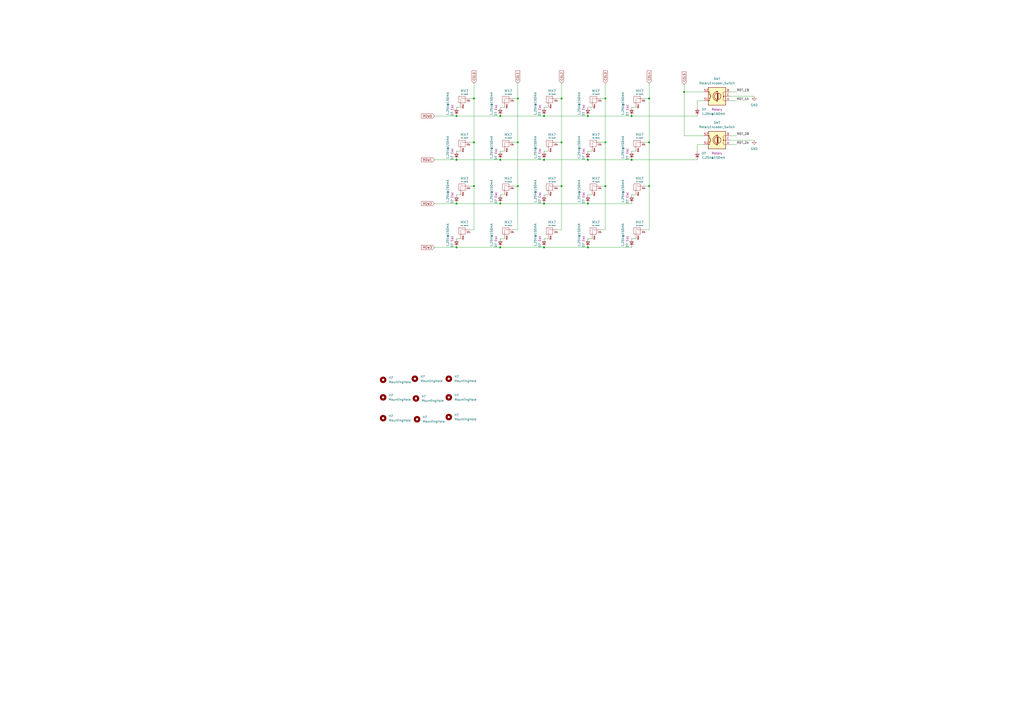
<source format=kicad_sch>
(kicad_sch (version 20211123) (generator eeschema)
  (paper "A2")
  (lib_symbols
    (symbol "Device:RotaryEncoder_Switch" (pin_names (offset 0.254) hide)
      (property "Reference" "SW" (at 0 6.604 0))
      (property "Value" "RotaryEncoder_Switch" (at 0 -6.604 0))
      (symbol "RotaryEncoder_Switch_0_1"
        (rectangle (start -5.08 5.08) (end 5.08 -5.08) (stroke (width 0.254)) (fill (type background)))
        (circle (center -3.81 0) (radius 0.254) (fill (type outline)))
        (arc (start -0.381 -2.794) (mid 2.3622 -0.0508) (end -0.381 2.667) (stroke (width 0.254)))
        (circle (center -0.381 0) (radius 1.905) (stroke (width 0.254)))
        (polyline (pts (xy -0.635 -1.778) (xy -0.635 1.778)) (stroke (width 0.254)))
        (polyline (pts (xy -0.381 -1.778) (xy -0.381 1.778)) (stroke (width 0.254)))
        (polyline (pts (xy -0.127 1.778) (xy -0.127 -1.778)) (stroke (width 0.254)))
        (polyline (pts (xy 3.81 0) (xy 3.429 0)) (stroke (width 0.254)))
        (polyline (pts (xy 3.81 1.016) (xy 3.81 -1.016)) (stroke (width 0.254)))
        (polyline (pts (xy -5.08 -2.54) (xy -3.81 -2.54) (xy -3.81 -2.032)))
        (polyline (pts (xy -5.08 2.54) (xy -3.81 2.54) (xy -3.81 2.032)))
        (polyline (pts (xy 0.254 -3.048) (xy -0.508 -2.794) (xy 0.127 -2.413)) (stroke (width 0.254)))
        (polyline (pts (xy 0.254 2.921) (xy -0.508 2.667) (xy 0.127 2.286)) (stroke (width 0.254)))
        (polyline (pts (xy 5.08 -2.54) (xy 4.318 -2.54) (xy 4.318 -1.016)) (stroke (width 0.254)))
        (polyline (pts (xy 5.08 2.54) (xy 4.318 2.54) (xy 4.318 1.016)) (stroke (width 0.254)))
        (polyline (pts (xy -5.08 0) (xy -3.81 0) (xy -3.81 -1.016) (xy -3.302 -2.032)))
        (polyline (pts (xy -4.318 0) (xy -3.81 0) (xy -3.81 1.016) (xy -3.302 2.032)))
        (circle (center 4.318 -1.016) (radius 0.127) (stroke (width 0.254)))
        (circle (center 4.318 1.016) (radius 0.127) (stroke (width 0.254)))
      )
      (symbol "RotaryEncoder_Switch_1_1"
        (pin passive line (at -7.62 2.54 0) (length 2.54) (name "A") (number "A"))
        (pin passive line (at -7.62 -2.54 0) (length 2.54) (name "B") (number "B"))
        (pin passive line (at -7.62 0 0) (length 2.54) (name "C") (number "C"))
        (pin passive line (at 7.62 2.54 180) (length 2.54) (name "S1") (number "S1"))
        (pin passive line (at 7.62 -2.54 180) (length 2.54) (name "S2") (number "S2"))
      )
    )
    (symbol "Mechanical:MountingHole" (pin_names (offset 1.016))
      (property "Reference" "H" (at 0 5.08 0))
      (property "Value" "MountingHole" (at 0 3.175 0))
      (symbol "MountingHole_0_1"
        (circle (center 0 0) (radius 1.27) (stroke (width 1.27)))
      )
    )
    (symbol "led:D_Small" (pin_numbers hide) (pin_names (offset 0.254) hide)
      (property "Reference" "D" (at -1.27 2.032 0))
      (property "Value" "D_Small" (at -3.81 -2.032 0))
      (symbol "D_Small_0_1"
        (polyline (pts (xy -0.762 -1.016) (xy -0.762 1.016)) (stroke (width 0.254)))
        (polyline (pts (xy -0.762 0) (xy 0.762 0)))
        (polyline (pts (xy 0.762 -1.016) (xy -0.762 0) (xy 0.762 1.016) (xy 0.762 -1.016)) (stroke (width 0.254)))
      )
      (symbol "D_Small_1_1"
        (pin passive line (at -2.54 0 0) (length 1.778) (name "K") (number "1"))
        (pin passive line (at 2.54 0 180) (length 1.778) (name "A") (number "2"))
      )
    )
    (symbol "pcb-rescue:MX-NoLED-MX_Alps_Hybrid" (pin_names (offset 1.016))
      (property "Reference" "MX" (at -0.635 3.81 0))
      (property "Value" "MX-NoLED-MX_Alps_Hybrid" (at -0.635 1.27 0))
      (symbol "MX-NoLED-MX_Alps_Hybrid_0_0"
        (rectangle (start -2.54 2.54) (end 1.27 -1.27))
        (polyline (pts (xy -1.27 -1.27) (xy -1.27 1.27)) (stroke (width 0.127)))
        (polyline (pts (xy 1.27 1.27) (xy 0 1.27) (xy -1.27 1.905)) (stroke (width 0.127)))
        (text "COL" (at 3.175 0 0) (effects (font (size 0.762 0.762))))
        (text "ROW" (at 0 -1.905 900) (effects (font (size 0.762 0.762)) (justify right)))
      )
      (symbol "MX-NoLED-MX_Alps_Hybrid_1_1"
        (pin passive line (at 3.81 1.27 180) (length 2.54) (name "COL") (number "1"))
        (pin passive line (at -1.27 -3.81 90) (length 2.54) (name "ROW") (number "2"))
      )
    )
    (symbol "power:GND" (power) (pin_names (offset 0))
      (property "Value" "GND" (at 0 -3.81 0))
      (symbol "GND_0_1"
        (polyline (pts (xy 0 0) (xy 0 -1.27) (xy 1.27 -1.27) (xy 0 -2.54) (xy -1.27 -1.27) (xy 0 -1.27)))
      )
      (symbol "GND_1_1"
        (pin power_in line (at 0 0 270) (length 0) hide (name "GND") (number "1"))
      )
    )
  )
  (junction (at 325.755 107.95))
  (junction (at 290.195 118.11))
  (junction (at 274.955 82.55))
  (junction (at 376.555 107.95))
  (junction (at 274.955 57.15))
  (junction (at 366.395 92.71))
  (junction (at 315.595 143.51))
  (junction (at 290.195 143.51))
  (junction (at 300.355 82.55))
  (junction (at 340.995 67.31))
  (junction (at 315.595 118.11))
  (junction (at 290.195 92.71))
  (junction (at 264.795 92.71))
  (junction (at 366.395 67.31))
  (junction (at 396.875 53.34))
  (junction (at 351.155 107.95))
  (junction (at 300.355 57.15))
  (junction (at 315.595 67.31))
  (junction (at 351.155 57.15))
  (junction (at 264.795 143.51))
  (junction (at 274.955 107.95))
  (junction (at 290.195 67.31))
  (junction (at 340.995 143.51))
  (junction (at 325.755 57.15))
  (junction (at 376.555 82.55))
  (junction (at 325.755 82.55))
  (junction (at 351.155 82.55))
  (junction (at 264.795 67.31))
  (junction (at 340.995 92.71))
  (junction (at 340.995 118.11))
  (junction (at 264.795 118.11))
  (junction (at 376.555 57.15))
  (junction (at 300.355 107.95))
  (junction (at 315.595 92.71))
  (wire (pts (xy 290.195 62.23) (xy 292.735 62.23)))
  (wire (pts (xy 348.615 107.95) (xy 351.155 107.95)))
  (wire (pts (xy 300.355 107.95) (xy 300.355 133.35)))
  (wire (pts (xy 315.595 118.11) (xy 340.995 118.11)))
  (wire (pts (xy 366.395 92.71) (xy 404.495 92.71)))
  (wire (pts (xy 408.305 58.42) (xy 404.495 58.42)))
  (wire (pts (xy 252.095 143.51) (xy 264.795 143.51)))
  (wire (pts (xy 290.195 67.31) (xy 315.595 67.31)))
  (wire (pts (xy 264.795 87.63) (xy 267.335 87.63)))
  (wire (pts (xy 252.095 67.31) (xy 264.795 67.31)))
  (wire (pts (xy 348.615 133.35) (xy 351.155 133.35)))
  (wire (pts (xy 264.795 118.11) (xy 290.195 118.11)))
  (wire (pts (xy 340.995 87.63) (xy 343.535 87.63)))
  (wire (pts (xy 404.495 58.42) (xy 404.495 62.23)))
  (wire (pts (xy 396.875 53.34) (xy 408.305 53.34)))
  (wire (pts (xy 396.875 78.74) (xy 408.305 78.74)))
  (wire (pts (xy 297.815 57.15) (xy 300.355 57.15)))
  (wire (pts (xy 396.875 53.34) (xy 396.875 78.74)))
  (wire (pts (xy 423.545 78.74) (xy 427.355 78.74)))
  (wire (pts (xy 300.355 82.55) (xy 300.355 107.95)))
  (wire (pts (xy 264.795 62.23) (xy 267.335 62.23)))
  (wire (pts (xy 374.015 57.15) (xy 376.555 57.15)))
  (wire (pts (xy 396.875 48.895) (xy 396.875 53.34)))
  (wire (pts (xy 366.395 62.23) (xy 368.935 62.23)))
  (wire (pts (xy 272.415 57.15) (xy 274.955 57.15)))
  (wire (pts (xy 404.495 83.82) (xy 404.495 87.63)))
  (wire (pts (xy 351.155 48.26) (xy 351.155 57.15)))
  (wire (pts (xy 340.995 143.51) (xy 366.395 143.51)))
  (wire (pts (xy 272.415 133.35) (xy 274.955 133.35)))
  (wire (pts (xy 340.995 67.31) (xy 366.395 67.31)))
  (wire (pts (xy 366.395 138.43) (xy 368.935 138.43)))
  (wire (pts (xy 325.755 107.95) (xy 325.755 133.35)))
  (wire (pts (xy 348.615 82.55) (xy 351.155 82.55)))
  (wire (pts (xy 423.545 55.88) (xy 437.515 55.88)))
  (wire (pts (xy 274.955 107.95) (xy 274.955 133.35)))
  (wire (pts (xy 252.095 118.11) (xy 264.795 118.11)))
  (wire (pts (xy 315.595 67.31) (xy 340.995 67.31)))
  (wire (pts (xy 315.595 87.63) (xy 318.135 87.63)))
  (wire (pts (xy 376.555 57.15) (xy 376.555 82.55)))
  (wire (pts (xy 325.755 82.55) (xy 325.755 107.95)))
  (wire (pts (xy 340.995 118.11) (xy 366.395 118.11)))
  (wire (pts (xy 348.615 57.15) (xy 351.155 57.15)))
  (wire (pts (xy 351.155 57.15) (xy 351.155 82.55)))
  (wire (pts (xy 274.955 82.55) (xy 274.955 107.95)))
  (wire (pts (xy 315.595 143.51) (xy 340.995 143.51)))
  (wire (pts (xy 323.215 82.55) (xy 325.755 82.55)))
  (wire (pts (xy 264.795 113.03) (xy 267.335 113.03)))
  (wire (pts (xy 374.015 82.55) (xy 376.555 82.55)))
  (wire (pts (xy 315.595 138.43) (xy 318.135 138.43)))
  (wire (pts (xy 351.155 82.55) (xy 351.155 107.95)))
  (wire (pts (xy 374.015 107.95) (xy 376.555 107.95)))
  (wire (pts (xy 264.795 67.31) (xy 290.195 67.31)))
  (wire (pts (xy 272.415 107.95) (xy 274.955 107.95)))
  (wire (pts (xy 297.815 133.35) (xy 300.355 133.35)))
  (wire (pts (xy 366.395 87.63) (xy 368.935 87.63)))
  (wire (pts (xy 340.995 92.71) (xy 366.395 92.71)))
  (wire (pts (xy 290.195 138.43) (xy 292.735 138.43)))
  (wire (pts (xy 297.815 107.95) (xy 300.355 107.95)))
  (wire (pts (xy 423.545 81.28) (xy 437.515 81.28)))
  (wire (pts (xy 325.755 57.15) (xy 325.755 82.55)))
  (wire (pts (xy 290.195 92.71) (xy 315.595 92.71)))
  (wire (pts (xy 264.795 138.43) (xy 267.335 138.43)))
  (wire (pts (xy 376.555 82.55) (xy 376.555 107.95)))
  (wire (pts (xy 366.395 67.31) (xy 404.495 67.31)))
  (wire (pts (xy 366.395 113.03) (xy 368.935 113.03)))
  (wire (pts (xy 351.155 107.95) (xy 351.155 133.35)))
  (wire (pts (xy 323.215 57.15) (xy 325.755 57.15)))
  (wire (pts (xy 264.795 143.51) (xy 290.195 143.51)))
  (wire (pts (xy 423.545 58.42) (xy 427.355 58.42)))
  (wire (pts (xy 323.215 133.35) (xy 325.755 133.35)))
  (wire (pts (xy 408.305 83.82) (xy 404.495 83.82)))
  (wire (pts (xy 274.955 48.26) (xy 274.955 57.15)))
  (wire (pts (xy 340.995 138.43) (xy 343.535 138.43)))
  (wire (pts (xy 374.015 133.35) (xy 376.555 133.35)))
  (wire (pts (xy 290.195 87.63) (xy 292.735 87.63)))
  (wire (pts (xy 376.555 107.95) (xy 376.555 133.35)))
  (wire (pts (xy 297.815 82.55) (xy 300.355 82.55)))
  (wire (pts (xy 423.545 83.82) (xy 427.355 83.82)))
  (wire (pts (xy 274.955 57.15) (xy 274.955 82.55)))
  (wire (pts (xy 290.195 118.11) (xy 315.595 118.11)))
  (wire (pts (xy 325.755 48.26) (xy 325.755 57.15)))
  (wire (pts (xy 315.595 62.23) (xy 318.135 62.23)))
  (wire (pts (xy 252.095 92.71) (xy 264.795 92.71)))
  (wire (pts (xy 340.995 62.23) (xy 343.535 62.23)))
  (wire (pts (xy 300.355 48.26) (xy 300.355 57.15)))
  (wire (pts (xy 323.215 107.95) (xy 325.755 107.95)))
  (wire (pts (xy 340.995 113.03) (xy 343.535 113.03)))
  (wire (pts (xy 290.195 113.03) (xy 292.735 113.03)))
  (wire (pts (xy 423.545 53.34) (xy 427.355 53.34)))
  (wire (pts (xy 300.355 57.15) (xy 300.355 82.55)))
  (wire (pts (xy 315.595 92.71) (xy 340.995 92.71)))
  (wire (pts (xy 272.415 82.55) (xy 274.955 82.55)))
  (wire (pts (xy 290.195 143.51) (xy 315.595 143.51)))
  (wire (pts (xy 264.795 92.71) (xy 290.195 92.71)))
  (wire (pts (xy 315.595 113.03) (xy 318.135 113.03)))
  (wire (pts (xy 376.555 48.26) (xy 376.555 57.15)))
  (label "ROT_2B" (at 427.355 78.74 0))
  (label "ROT_1B" (at 427.355 53.34 0))
  (label "ROT_1A" (at 427.355 58.42 0))
  (label "ROT_2A" (at 427.355 83.82 0))
  (global_label "ROW2" (shape input) (at 252.095 118.11 180) (property "Intersheet References" "${INTERSHEET_REFS}" (effects hide)))
  (global_label "ROW1" (shape input) (at 252.095 92.71 180) (property "Intersheet References" "${INTERSHEET_REFS}" (effects hide)))
  (global_label "ROW3" (shape input) (at 252.095 143.51 180) (property "Intersheet References" "${INTERSHEET_REFS}" (effects hide)))
  (global_label "COL5" (shape input) (at 396.875 48.895 90) (property "Intersheet References" "${INTERSHEET_REFS}" (effects hide)))
  (global_label "COL1" (shape input) (at 300.355 48.26 90) (property "Intersheet References" "${INTERSHEET_REFS}" (effects hide)))
  (global_label "COL2" (shape input) (at 325.755 48.26 90) (property "Intersheet References" "${INTERSHEET_REFS}" (effects hide)))
  (global_label "ROW0" (shape input) (at 252.095 67.31 180) (property "Intersheet References" "${INTERSHEET_REFS}" (effects hide)))
  (global_label "COL3" (shape input) (at 351.155 48.26 90) (property "Intersheet References" "${INTERSHEET_REFS}" (effects hide)))
  (global_label "COL0" (shape input) (at 274.955 48.26 90) (property "Intersheet References" "${INTERSHEET_REFS}" (effects hide)))
  (global_label "COL4" (shape input) (at 376.555 48.26 90) (property "Intersheet References" "${INTERSHEET_REFS}" (effects hide)))
  (symbol (lib_id "led:D_Small") (at 264.795 64.77 90) (unit 1)
    (property "Reference" "D?" (at 262.255 64.77 0) (effects (justify right)))
    (property "Value" "1.25V@150mA" (at 259.715 53.34 0) (effects (justify right)))
    (property "Footprint" "led:D_SOD-123" (effects hide))
    (property "Name" "Esc" (at 262.255 62.23 0))
    (property "Item" "1N4148W" (effects hide))
    (property "LCSC" "https://lcsc.com/product-detail/Switching-Diode_GOODWORK-1N4148W_C909967.html" (effects hide))
  )
  (symbol (lib_id "power:GND") (at 437.515 55.88 0) (unit 1)
    (property "Reference" "#PWR?" (effects hide))
    (property "Value" "GND" (at 437.515 60.96 0))
  )
  (symbol (lib_id "led:D_Small") (at 315.595 64.77 90) (unit 1)
    (property "Reference" "D?" (at 313.055 64.77 0) (effects (justify right)))
    (property "Value" "1.25V@150mA" (at 310.515 53.34 0) (effects (justify right)))
    (property "Footprint" "led:D_SOD-123" (effects hide))
    (property "Name" "Esc" (at 313.055 62.23 0))
    (property "Item" "1N4148W" (effects hide))
    (property "LCSC" "https://lcsc.com/product-detail/Switching-Diode_GOODWORK-1N4148W_C909967.html" (effects hide))
  )
  (symbol (lib_id "Mechanical:MountingHole") (at 222.25 220.345 0) (unit 1)
    (property "Reference" "H?" (at 225.425 219.0749 0) (effects (justify left)))
    (property "Value" "MountingHole" (at 225.425 221.6149 0) (effects (justify left)))
    (property "Footprint" "MountingHole:MountingHole_2.2mm_M2" (effects hide))
  )
  (symbol (lib_id "pcb-rescue:MX-NoLED-MX_Alps_Hybrid") (at 319.405 83.82 0) (unit 1)
    (property "Reference" "MX?" (at 320.2432 78.1558 0) (effects (font (size 1.524 1.524))))
    (property "Value" "MX-NoLED" (at 320.2432 80.0354 0) (effects (font (size 0.508 0.508))))
    (property "Footprint" "kailh-switches-hotswap:Kailh-Hotswap-1U" (effects hide))
  )
  (symbol (lib_id "Mechanical:MountingHole") (at 241.3 231.14 0) (unit 1)
    (property "Reference" "H?" (at 244.475 229.8699 0) (effects (justify left)))
    (property "Value" "MountingHole" (at 244.475 232.4099 0) (effects (justify left)))
    (property "Footprint" "MountingHole:MountingHole_2.2mm_M2" (effects hide))
  )
  (symbol (lib_id "led:D_Small") (at 340.995 115.57 90) (unit 1)
    (property "Reference" "D?" (at 338.455 115.57 0) (effects (justify right)))
    (property "Value" "1.25V@150mA" (at 335.915 104.14 0) (effects (justify right)))
    (property "Footprint" "led:D_SOD-123" (effects hide))
    (property "Name" "Esc" (at 338.455 113.03 0))
    (property "Item" "1N4148W" (effects hide))
    (property "LCSC" "https://lcsc.com/product-detail/Switching-Diode_GOODWORK-1N4148W_C909967.html" (effects hide))
  )
  (symbol (lib_id "led:D_Small") (at 315.595 140.97 90) (unit 1)
    (property "Reference" "D?" (at 313.055 140.97 0) (effects (justify right)))
    (property "Value" "1.25V@150mA" (at 310.515 129.54 0) (effects (justify right)))
    (property "Footprint" "led:D_SOD-123" (effects hide))
    (property "Name" "Esc" (at 313.055 138.43 0))
    (property "Item" "1N4148W" (effects hide))
    (property "LCSC" "https://lcsc.com/product-detail/Switching-Diode_GOODWORK-1N4148W_C909967.html" (effects hide))
  )
  (symbol (lib_id "led:D_Small") (at 366.395 115.57 90) (unit 1)
    (property "Reference" "D?" (at 363.855 115.57 0) (effects (justify right)))
    (property "Value" "1.25V@150mA" (at 361.315 104.14 0) (effects (justify right)))
    (property "Footprint" "led:D_SOD-123" (effects hide))
    (property "Name" "Esc" (at 363.855 113.03 0))
    (property "Item" "1N4148W" (effects hide))
    (property "LCSC" "https://lcsc.com/product-detail/Switching-Diode_GOODWORK-1N4148W_C909967.html" (effects hide))
  )
  (symbol (lib_id "pcb-rescue:MX-NoLED-MX_Alps_Hybrid") (at 294.005 134.62 0) (unit 1)
    (property "Reference" "MX?" (at 294.8432 128.9558 0) (effects (font (size 1.524 1.524))))
    (property "Value" "MX-NoLED" (at 294.8432 130.8354 0) (effects (font (size 0.508 0.508))))
    (property "Footprint" "kailh-switches-hotswap:Kailh-Hotswap-1U" (effects hide))
  )
  (symbol (lib_id "led:D_Small") (at 340.995 64.77 90) (unit 1)
    (property "Reference" "D?" (at 338.455 64.77 0) (effects (justify right)))
    (property "Value" "1.25V@150mA" (at 335.915 53.34 0) (effects (justify right)))
    (property "Footprint" "led:D_SOD-123" (effects hide))
    (property "Name" "Esc" (at 338.455 62.23 0))
    (property "Item" "1N4148W" (effects hide))
    (property "LCSC" "https://lcsc.com/product-detail/Switching-Diode_GOODWORK-1N4148W_C909967.html" (effects hide))
  )
  (symbol (lib_id "pcb-rescue:MX-NoLED-MX_Alps_Hybrid") (at 294.005 83.82 0) (unit 1)
    (property "Reference" "MX?" (at 294.8432 78.1558 0) (effects (font (size 1.524 1.524))))
    (property "Value" "MX-NoLED" (at 294.8432 80.0354 0) (effects (font (size 0.508 0.508))))
    (property "Footprint" "kailh-switches-hotswap:Kailh-Hotswap-1U" (effects hide))
  )
  (symbol (lib_id "pcb-rescue:MX-NoLED-MX_Alps_Hybrid") (at 344.805 109.22 0) (unit 1)
    (property "Reference" "MX?" (at 345.6432 103.5558 0) (effects (font (size 1.524 1.524))))
    (property "Value" "MX-NoLED" (at 345.6432 105.4354 0) (effects (font (size 0.508 0.508))))
    (property "Footprint" "kailh-switches-hotswap:Kailh-Hotswap-1U" (effects hide))
  )
  (symbol (lib_id "led:D_Small") (at 366.395 90.17 90) (unit 1)
    (property "Reference" "D?" (at 363.855 90.17 0) (effects (justify right)))
    (property "Value" "1.25V@150mA" (at 361.315 78.74 0) (effects (justify right)))
    (property "Footprint" "led:D_SOD-123" (effects hide))
    (property "Name" "Esc" (at 363.855 87.63 0))
    (property "Item" "1N4148W" (effects hide))
    (property "LCSC" "https://lcsc.com/product-detail/Switching-Diode_GOODWORK-1N4148W_C909967.html" (effects hide))
  )
  (symbol (lib_id "pcb-rescue:MX-NoLED-MX_Alps_Hybrid") (at 370.205 134.62 0) (unit 1)
    (property "Reference" "MX?" (at 371.0432 128.9558 0) (effects (font (size 1.524 1.524))))
    (property "Value" "MX-NoLED" (at 371.0432 130.8354 0) (effects (font (size 0.508 0.508))))
    (property "Footprint" "kailh-switches-hotswap:Kailh-Hotswap-1U" (effects hide))
  )
  (symbol (lib_id "led:D_Small") (at 290.195 140.97 90) (unit 1)
    (property "Reference" "D?" (at 287.655 140.97 0) (effects (justify right)))
    (property "Value" "1.25V@150mA" (at 285.115 129.54 0) (effects (justify right)))
    (property "Footprint" "led:D_SOD-123" (effects hide))
    (property "Name" "Esc" (at 287.655 138.43 0))
    (property "Item" "1N4148W" (effects hide))
    (property "LCSC" "https://lcsc.com/product-detail/Switching-Diode_GOODWORK-1N4148W_C909967.html" (effects hide))
  )
  (symbol (lib_id "Device:RotaryEncoder_Switch") (at 415.925 55.88 180) (unit 1)
    (property "Reference" "SW?" (at 415.925 45.72 0))
    (property "Value" "RotaryEncoder_Switch" (at 415.925 48.26 0))
    (property "Footprint" "led:RotaryEncoder_EC11E-Switch" (effects hide))
  )
  (symbol (lib_id "led:D_Small") (at 315.595 115.57 90) (unit 1)
    (property "Reference" "D?" (at 313.055 115.57 0) (effects (justify right)))
    (property "Value" "1.25V@150mA" (at 310.515 104.14 0) (effects (justify right)))
    (property "Footprint" "led:D_SOD-123" (effects hide))
    (property "Name" "Esc" (at 313.055 113.03 0))
    (property "Item" "1N4148W" (effects hide))
    (property "LCSC" "https://lcsc.com/product-detail/Switching-Diode_GOODWORK-1N4148W_C909967.html" (effects hide))
  )
  (symbol (lib_id "pcb-rescue:MX-NoLED-MX_Alps_Hybrid") (at 344.805 58.42 0) (unit 1)
    (property "Reference" "MX?" (at 345.6432 52.7558 0) (effects (font (size 1.524 1.524))))
    (property "Value" "MX-NoLED" (at 345.6432 54.6354 0) (effects (font (size 0.508 0.508))))
    (property "Footprint" "kailh-switches-hotswap:Kailh-Hotswap-1U" (effects hide))
  )
  (symbol (lib_id "Mechanical:MountingHole") (at 222.25 242.57 0) (unit 1)
    (property "Reference" "H?" (at 225.425 241.2999 0) (effects (justify left)))
    (property "Value" "MountingHole" (at 225.425 243.8399 0) (effects (justify left)))
    (property "Footprint" "MountingHole:MountingHole_2.2mm_M2" (effects hide))
  )
  (symbol (lib_id "pcb-rescue:MX-NoLED-MX_Alps_Hybrid") (at 319.405 58.42 0) (unit 1)
    (property "Reference" "MX?" (at 320.2432 52.7558 0) (effects (font (size 1.524 1.524))))
    (property "Value" "MX-NoLED" (at 320.2432 54.6354 0) (effects (font (size 0.508 0.508))))
    (property "Footprint" "kailh-switches-hotswap:Kailh-Hotswap-1U" (effects hide))
  )
  (symbol (lib_id "Mechanical:MountingHole") (at 260.35 230.505 0) (unit 1)
    (property "Reference" "H?" (at 263.525 229.2349 0) (effects (justify left)))
    (property "Value" "MountingHole" (at 263.525 231.7749 0) (effects (justify left)))
    (property "Footprint" "MountingHole:MountingHole_2.2mm_M2" (effects hide))
  )
  (symbol (lib_id "pcb-rescue:MX-NoLED-MX_Alps_Hybrid") (at 268.605 58.42 0) (unit 1)
    (property "Reference" "MX?" (at 269.4432 52.7558 0) (effects (font (size 1.524 1.524))))
    (property "Value" "MX-NoLED" (at 269.4432 54.6354 0) (effects (font (size 0.508 0.508))))
    (property "Footprint" "kailh-switches-hotswap:Kailh-Hotswap-1U" (effects hide))
  )
  (symbol (lib_id "pcb-rescue:MX-NoLED-MX_Alps_Hybrid") (at 268.605 83.82 0) (unit 1)
    (property "Reference" "MX?" (at 269.4432 78.1558 0) (effects (font (size 1.524 1.524))))
    (property "Value" "MX-NoLED" (at 269.4432 80.0354 0) (effects (font (size 0.508 0.508))))
    (property "Footprint" "kailh-switches-hotswap:Kailh-Hotswap-1U" (effects hide))
  )
  (symbol (lib_id "led:D_Small") (at 315.595 90.17 90) (unit 1)
    (property "Reference" "D?" (at 313.055 90.17 0) (effects (justify right)))
    (property "Value" "1.25V@150mA" (at 310.515 78.74 0) (effects (justify right)))
    (property "Footprint" "led:D_SOD-123" (effects hide))
    (property "Name" "Esc" (at 313.055 87.63 0))
    (property "Item" "1N4148W" (effects hide))
    (property "LCSC" "https://lcsc.com/product-detail/Switching-Diode_GOODWORK-1N4148W_C909967.html" (effects hide))
  )
  (symbol (lib_id "pcb-rescue:MX-NoLED-MX_Alps_Hybrid") (at 370.205 109.22 0) (unit 1)
    (property "Reference" "MX?" (at 371.0432 103.5558 0) (effects (font (size 1.524 1.524))))
    (property "Value" "MX-NoLED" (at 371.0432 105.4354 0) (effects (font (size 0.508 0.508))))
    (property "Footprint" "kailh-switches-hotswap:Kailh-Hotswap-1U" (effects hide))
  )
  (symbol (lib_id "pcb-rescue:MX-NoLED-MX_Alps_Hybrid") (at 370.205 58.42 0) (unit 1)
    (property "Reference" "MX?" (at 371.0432 52.7558 0) (effects (font (size 1.524 1.524))))
    (property "Value" "MX-NoLED" (at 371.0432 54.6354 0) (effects (font (size 0.508 0.508))))
    (property "Footprint" "kailh-switches-hotswap:Kailh-Hotswap-1U" (effects hide))
  )
  (symbol (lib_id "led:D_Small") (at 340.995 140.97 90) (unit 1)
    (property "Reference" "D?" (at 338.455 140.97 0) (effects (justify right)))
    (property "Value" "1.25V@150mA" (at 335.915 129.54 0) (effects (justify right)))
    (property "Footprint" "led:D_SOD-123" (effects hide))
    (property "Name" "Esc" (at 338.455 138.43 0))
    (property "Item" "1N4148W" (effects hide))
    (property "LCSC" "https://lcsc.com/product-detail/Switching-Diode_GOODWORK-1N4148W_C909967.html" (effects hide))
  )
  (symbol (lib_id "pcb-rescue:MX-NoLED-MX_Alps_Hybrid") (at 319.405 134.62 0) (unit 1)
    (property "Reference" "MX?" (at 320.2432 128.9558 0) (effects (font (size 1.524 1.524))))
    (property "Value" "MX-NoLED" (at 320.2432 130.8354 0) (effects (font (size 0.508 0.508))))
    (property "Footprint" "kailh-switches-hotswap:Kailh-Hotswap-1U" (effects hide))
  )
  (symbol (lib_id "pcb-rescue:MX-NoLED-MX_Alps_Hybrid") (at 268.605 109.22 0) (unit 1)
    (property "Reference" "MX?" (at 269.4432 103.5558 0) (effects (font (size 1.524 1.524))))
    (property "Value" "MX-NoLED" (at 269.4432 105.4354 0) (effects (font (size 0.508 0.508))))
    (property "Footprint" "kailh-switches-hotswap:Kailh-Hotswap-1U" (effects hide))
  )
  (symbol (lib_id "led:D_Small") (at 366.395 140.97 90) (unit 1)
    (property "Reference" "D?" (at 363.855 140.97 0) (effects (justify right)))
    (property "Value" "1.25V@150mA" (at 361.315 129.54 0) (effects (justify right)))
    (property "Footprint" "led:D_SOD-123" (effects hide))
    (property "Name" "Esc" (at 363.855 138.43 0))
    (property "Item" "1N4148W" (effects hide))
    (property "LCSC" "https://lcsc.com/product-detail/Switching-Diode_GOODWORK-1N4148W_C909967.html" (effects hide))
  )
  (symbol (lib_id "led:D_Small") (at 290.195 115.57 90) (unit 1)
    (property "Reference" "D?" (at 287.655 115.57 0) (effects (justify right)))
    (property "Value" "1.25V@150mA" (at 285.115 104.14 0) (effects (justify right)))
    (property "Footprint" "led:D_SOD-123" (effects hide))
    (property "Name" "Esc" (at 287.655 113.03 0))
    (property "Item" "1N4148W" (effects hide))
    (property "LCSC" "https://lcsc.com/product-detail/Switching-Diode_GOODWORK-1N4148W_C909967.html" (effects hide))
  )
  (symbol (lib_id "pcb-rescue:MX-NoLED-MX_Alps_Hybrid") (at 344.805 83.82 0) (unit 1)
    (property "Reference" "MX?" (at 345.6432 78.1558 0) (effects (font (size 1.524 1.524))))
    (property "Value" "MX-NoLED" (at 345.6432 80.0354 0) (effects (font (size 0.508 0.508))))
    (property "Footprint" "kailh-switches-hotswap:Kailh-Hotswap-1U" (effects hide))
  )
  (symbol (lib_id "led:D_Small") (at 264.795 90.17 90) (unit 1)
    (property "Reference" "D?" (at 262.255 90.17 0) (effects (justify right)))
    (property "Value" "1.25V@150mA" (at 259.715 78.74 0) (effects (justify right)))
    (property "Footprint" "led:D_SOD-123" (effects hide))
    (property "Name" "Esc" (at 262.255 87.63 0))
    (property "Item" "1N4148W" (effects hide))
    (property "LCSC" "https://lcsc.com/product-detail/Switching-Diode_GOODWORK-1N4148W_C909967.html" (effects hide))
  )
  (symbol (lib_id "led:D_Small") (at 340.995 90.17 90) (unit 1)
    (property "Reference" "D?" (at 338.455 90.17 0) (effects (justify right)))
    (property "Value" "1.25V@150mA" (at 335.915 78.74 0) (effects (justify right)))
    (property "Footprint" "led:D_SOD-123" (effects hide))
    (property "Name" "Esc" (at 338.455 87.63 0))
    (property "Item" "1N4148W" (effects hide))
    (property "LCSC" "https://lcsc.com/product-detail/Switching-Diode_GOODWORK-1N4148W_C909967.html" (effects hide))
  )
  (symbol (lib_id "Mechanical:MountingHole") (at 241.935 243.205 0) (unit 1)
    (property "Reference" "H?" (at 245.11 241.9349 0) (effects (justify left)))
    (property "Value" "MountingHole" (at 245.11 244.4749 0) (effects (justify left)))
    (property "Footprint" "MountingHole:MountingHole_2.2mm_M2" (effects hide))
  )
  (symbol (lib_id "led:D_Small") (at 404.495 90.17 90) (unit 1)
    (property "Reference" "D?" (at 407.035 88.8999 90) (effects (justify right)))
    (property "Value" "1.25V@150mA" (at 407.035 91.4399 90) (effects (justify right)))
    (property "Footprint" "led:D_SOD-123" (effects hide))
    (property "Name" "Rotary" (at 415.925 88.9 90))
  )
  (symbol (lib_id "Mechanical:MountingHole") (at 240.665 219.71 0) (unit 1)
    (property "Reference" "H?" (at 243.84 218.4399 0) (effects (justify left)))
    (property "Value" "MountingHole" (at 243.84 220.9799 0) (effects (justify left)))
    (property "Footprint" "MountingHole:MountingHole_2.2mm_M2" (effects hide))
  )
  (symbol (lib_id "Mechanical:MountingHole") (at 260.35 219.71 0) (unit 1)
    (property "Reference" "H?" (at 263.525 218.4399 0) (effects (justify left)))
    (property "Value" "MountingHole" (at 263.525 220.9799 0) (effects (justify left)))
    (property "Footprint" "MountingHole:MountingHole_2.2mm_M2" (effects hide))
  )
  (symbol (lib_id "Mechanical:MountingHole") (at 222.25 230.505 0) (unit 1)
    (property "Reference" "H?" (at 225.425 229.2349 0) (effects (justify left)))
    (property "Value" "MountingHole" (at 225.425 231.7749 0) (effects (justify left)))
    (property "Footprint" "MountingHole:MountingHole_2.2mm_M2" (effects hide))
  )
  (symbol (lib_id "Mechanical:MountingHole") (at 260.35 241.935 0) (unit 1)
    (property "Reference" "H?" (at 263.525 240.6649 0) (effects (justify left)))
    (property "Value" "MountingHole" (at 263.525 243.2049 0) (effects (justify left)))
    (property "Footprint" "MountingHole:MountingHole_2.2mm_M2" (effects hide))
  )
  (symbol (lib_id "pcb-rescue:MX-NoLED-MX_Alps_Hybrid") (at 294.005 109.22 0) (unit 1)
    (property "Reference" "MX?" (at 294.8432 103.5558 0) (effects (font (size 1.524 1.524))))
    (property "Value" "MX-NoLED" (at 294.8432 105.4354 0) (effects (font (size 0.508 0.508))))
    (property "Footprint" "kailh-switches-hotswap:Kailh-Hotswap-1U" (effects hide))
  )
  (symbol (lib_id "led:D_Small") (at 366.395 64.77 90) (unit 1)
    (property "Reference" "D?" (at 363.855 64.77 0) (effects (justify right)))
    (property "Value" "1.25V@150mA" (at 361.315 53.34 0) (effects (justify right)))
    (property "Footprint" "led:D_SOD-123" (effects hide))
    (property "Name" "Esc" (at 363.855 62.23 0))
    (property "Item" "1N4148W" (effects hide))
    (property "LCSC" "https://lcsc.com/product-detail/Switching-Diode_GOODWORK-1N4148W_C909967.html" (effects hide))
  )
  (symbol (lib_id "power:GND") (at 437.515 81.28 0) (unit 1)
    (property "Reference" "#PWR?" (effects hide))
    (property "Value" "GND" (at 437.515 86.36 0))
  )
  (symbol (lib_id "led:D_Small") (at 290.195 90.17 90) (unit 1)
    (property "Reference" "D?" (at 287.655 90.17 0) (effects (justify right)))
    (property "Value" "1.25V@150mA" (at 285.115 78.74 0) (effects (justify right)))
    (property "Footprint" "led:D_SOD-123" (effects hide))
    (property "Name" "Esc" (at 287.655 87.63 0))
    (property "Item" "1N4148W" (effects hide))
    (property "LCSC" "https://lcsc.com/product-detail/Switching-Diode_GOODWORK-1N4148W_C909967.html" (effects hide))
  )
  (symbol (lib_id "led:D_Small") (at 290.195 64.77 90) (unit 1)
    (property "Reference" "D?" (at 287.655 64.77 0) (effects (justify right)))
    (property "Value" "1.25V@150mA" (at 285.115 53.34 0) (effects (justify right)))
    (property "Footprint" "led:D_SOD-123" (effects hide))
    (property "Name" "Esc" (at 287.655 62.23 0))
    (property "Item" "1N4148W" (effects hide))
    (property "LCSC" "https://lcsc.com/product-detail/Switching-Diode_GOODWORK-1N4148W_C909967.html" (effects hide))
  )
  (symbol (lib_id "pcb-rescue:MX-NoLED-MX_Alps_Hybrid") (at 294.005 58.42 0) (unit 1)
    (property "Reference" "MX?" (at 294.8432 52.7558 0) (effects (font (size 1.524 1.524))))
    (property "Value" "MX-NoLED" (at 294.8432 54.6354 0) (effects (font (size 0.508 0.508))))
    (property "Footprint" "kailh-switches-hotswap:Kailh-Hotswap-1U" (effects hide))
  )
  (symbol (lib_id "led:D_Small") (at 404.495 64.77 90) (unit 1)
    (property "Reference" "D?" (at 407.035 63.4999 90) (effects (justify right)))
    (property "Value" "1.25V@150mA" (at 407.035 66.0399 90) (effects (justify right)))
    (property "Footprint" "led:D_SOD-123" (effects hide))
    (property "Name" "Rotary" (at 415.925 63.5 90))
  )
  (symbol (lib_id "led:D_Small") (at 264.795 115.57 90) (unit 1)
    (property "Reference" "D?" (at 262.255 115.57 0) (effects (justify right)))
    (property "Value" "1.25V@150mA" (at 259.715 104.14 0) (effects (justify right)))
    (property "Footprint" "led:D_SOD-123" (effects hide))
    (property "Name" "Esc" (at 262.255 113.03 0))
    (property "Item" "1N4148W" (effects hide))
    (property "LCSC" "https://lcsc.com/product-detail/Switching-Diode_GOODWORK-1N4148W_C909967.html" (effects hide))
  )
  (symbol (lib_id "pcb-rescue:MX-NoLED-MX_Alps_Hybrid") (at 370.205 83.82 0) (unit 1)
    (property "Reference" "MX?" (at 371.0432 78.1558 0) (effects (font (size 1.524 1.524))))
    (property "Value" "MX-NoLED" (at 371.0432 80.0354 0) (effects (font (size 0.508 0.508))))
    (property "Footprint" "kailh-switches-hotswap:Kailh-Hotswap-1U" (effects hide))
  )
  (symbol (lib_id "Device:RotaryEncoder_Switch") (at 415.925 81.28 180) (unit 1)
    (property "Reference" "SW?" (at 415.925 71.12 0))
    (property "Value" "RotaryEncoder_Switch" (at 415.925 73.66 0))
    (property "Footprint" "led:RotaryEncoder_EC11E-Switch" (effects hide))
  )
  (symbol (lib_id "pcb-rescue:MX-NoLED-MX_Alps_Hybrid") (at 344.805 134.62 0) (unit 1)
    (property "Reference" "MX?" (at 345.6432 128.9558 0) (effects (font (size 1.524 1.524))))
    (property "Value" "MX-NoLED" (at 345.6432 130.8354 0) (effects (font (size 0.508 0.508))))
    (property "Footprint" "kailh-switches-hotswap:Kailh-Hotswap-1U" (effects hide))
  )
  (symbol (lib_id "led:D_Small") (at 264.795 140.97 90) (unit 1)
    (property "Reference" "D?" (at 262.255 140.97 0) (effects (justify right)))
    (property "Value" "1.25V@150mA" (at 259.715 129.54 0) (effects (justify right)))
    (property "Footprint" "led:D_SOD-123" (effects hide))
    (property "Name" "Esc" (at 262.255 138.43 0))
    (property "Item" "1N4148W" (effects hide))
    (property "LCSC" "https://lcsc.com/product-detail/Switching-Diode_GOODWORK-1N4148W_C909967.html" (effects hide))
  )
  (symbol (lib_id "pcb-rescue:MX-NoLED-MX_Alps_Hybrid") (at 319.405 109.22 0) (unit 1)
    (property "Reference" "MX?" (at 320.2432 103.5558 0) (effects (font (size 1.524 1.524))))
    (property "Value" "MX-NoLED" (at 320.2432 105.4354 0) (effects (font (size 0.508 0.508))))
    (property "Footprint" "kailh-switches-hotswap:Kailh-Hotswap-1U" (effects hide))
  )
  (symbol (lib_id "pcb-rescue:MX-NoLED-MX_Alps_Hybrid") (at 268.605 134.62 0) (unit 1)
    (property "Reference" "MX?" (at 269.4432 128.9558 0) (effects (font (size 1.524 1.524))))
    (property "Value" "MX-NoLED" (at 269.4432 130.8354 0) (effects (font (size 0.508 0.508))))
    (property "Footprint" "kailh-switches-hotswap:Kailh-Hotswap-1U" (effects hide))
  )
)
</source>
